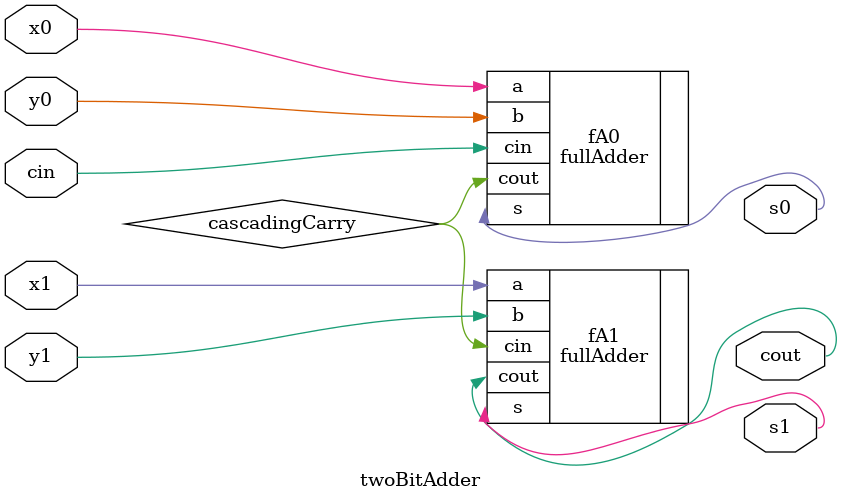
<source format=v>

module twoBitAdder(x1, x0, y1, y0, cin, s1, s0, cout); 

	input wire x1, x0, y1, y0, cin; 
	output wire s1, s0, cout; 

	wire cascadingCarry; 

	fullAdder fA0( .a(x0),
		       .b(y0), 
		       .cin(cin), 
		       .s(s0),
		       .cout(cascadingCarry)); 

	fullAdder fA1( .a(x1),
		       .b(y1), 
		       .cin(cascadingCarry), 
		       .s(s1),
		       .cout(cout)); 
endmodule
</source>
